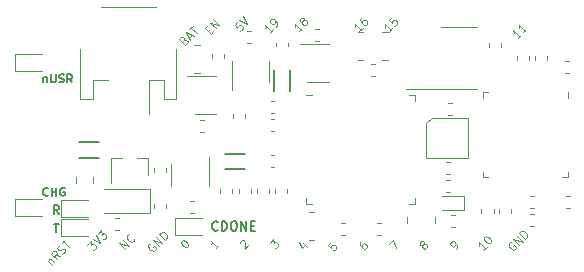
<source format=gbr>
G04 #@! TF.GenerationSoftware,KiCad,Pcbnew,(5.1.2)-1*
G04 #@! TF.CreationDate,2019-07-17T10:41:17+10:00*
G04 #@! TF.ProjectId,iCE40-fpga,69434534-302d-4667-9067-612e6b696361,rev?*
G04 #@! TF.SameCoordinates,Original*
G04 #@! TF.FileFunction,Legend,Top*
G04 #@! TF.FilePolarity,Positive*
%FSLAX46Y46*%
G04 Gerber Fmt 4.6, Leading zero omitted, Abs format (unit mm)*
G04 Created by KiCad (PCBNEW (5.1.2)-1) date 2019-07-17 10:41:17*
%MOMM*%
%LPD*%
G04 APERTURE LIST*
%ADD10C,0.150000*%
%ADD11C,0.125000*%
%ADD12C,0.120000*%
G04 APERTURE END LIST*
D10*
X30716666Y-40516666D02*
X30483333Y-40183333D01*
X30316666Y-40516666D02*
X30316666Y-39816666D01*
X30583333Y-39816666D01*
X30650000Y-39850000D01*
X30683333Y-39883333D01*
X30716666Y-39950000D01*
X30716666Y-40050000D01*
X30683333Y-40116666D01*
X30650000Y-40150000D01*
X30583333Y-40183333D01*
X30316666Y-40183333D01*
X30300000Y-41416666D02*
X30700000Y-41416666D01*
X30500000Y-42116666D02*
X30500000Y-41416666D01*
D11*
X51329636Y-24818198D02*
X51046793Y-25101040D01*
X51188214Y-24959619D02*
X50693240Y-24464644D01*
X50716810Y-24582495D01*
X50716810Y-24676776D01*
X50693240Y-24747487D01*
X51329636Y-24252512D02*
X51258925Y-24276082D01*
X51211785Y-24276082D01*
X51141074Y-24252512D01*
X51117504Y-24228942D01*
X51093933Y-24158231D01*
X51093933Y-24111091D01*
X51117504Y-24040380D01*
X51211785Y-23946099D01*
X51282495Y-23922529D01*
X51329636Y-23922529D01*
X51400346Y-23946099D01*
X51423917Y-23969669D01*
X51447487Y-24040380D01*
X51447487Y-24087521D01*
X51423917Y-24158231D01*
X51329636Y-24252512D01*
X51306066Y-24323223D01*
X51306066Y-24370363D01*
X51329636Y-24441074D01*
X51423917Y-24535355D01*
X51494627Y-24558925D01*
X51541768Y-24558925D01*
X51612478Y-24535355D01*
X51706759Y-24441074D01*
X51730330Y-24370363D01*
X51730330Y-24323223D01*
X51706759Y-24252512D01*
X51612478Y-24158231D01*
X51541768Y-24134661D01*
X51494627Y-24134661D01*
X51423917Y-24158231D01*
X58954636Y-24843198D02*
X58671793Y-25126040D01*
X58813214Y-24984619D02*
X58318240Y-24489644D01*
X58341810Y-24607495D01*
X58341810Y-24701776D01*
X58318240Y-24772487D01*
X58907495Y-23900389D02*
X58671793Y-24136091D01*
X58883925Y-24395363D01*
X58883925Y-24348223D01*
X58907495Y-24277512D01*
X59025346Y-24159661D01*
X59096057Y-24136091D01*
X59143198Y-24136091D01*
X59213908Y-24159661D01*
X59331759Y-24277512D01*
X59355330Y-24348223D01*
X59355330Y-24395363D01*
X59331759Y-24466074D01*
X59213908Y-24583925D01*
X59143198Y-24607495D01*
X59096057Y-24607495D01*
X69829636Y-25368198D02*
X69546793Y-25651040D01*
X69688214Y-25509619D02*
X69193240Y-25014644D01*
X69216810Y-25132495D01*
X69216810Y-25226776D01*
X69193240Y-25297487D01*
X70301040Y-24896793D02*
X70018198Y-25179636D01*
X70159619Y-25038214D02*
X69664644Y-24543240D01*
X69688214Y-24661091D01*
X69688214Y-24755372D01*
X69664644Y-24826082D01*
X56429636Y-24818198D02*
X56146793Y-25101040D01*
X56288214Y-24959619D02*
X55793240Y-24464644D01*
X55816810Y-24582495D01*
X55816810Y-24676776D01*
X55793240Y-24747487D01*
X56358925Y-23898959D02*
X56264644Y-23993240D01*
X56241074Y-24063950D01*
X56241074Y-24111091D01*
X56264644Y-24228942D01*
X56335355Y-24346793D01*
X56523917Y-24535355D01*
X56594627Y-24558925D01*
X56641768Y-24558925D01*
X56712478Y-24535355D01*
X56806759Y-24441074D01*
X56830330Y-24370363D01*
X56830330Y-24323223D01*
X56806759Y-24252512D01*
X56688908Y-24134661D01*
X56618198Y-24111091D01*
X56571057Y-24111091D01*
X56500346Y-24134661D01*
X56406066Y-24228942D01*
X56382495Y-24299653D01*
X56382495Y-24346793D01*
X56406066Y-24417504D01*
X48829636Y-24918198D02*
X48546793Y-25201040D01*
X48688214Y-25059619D02*
X48193240Y-24564644D01*
X48216810Y-24682495D01*
X48216810Y-24776776D01*
X48193240Y-24847487D01*
X49065338Y-24682495D02*
X49159619Y-24588214D01*
X49183189Y-24517504D01*
X49183189Y-24470363D01*
X49159619Y-24352512D01*
X49088908Y-24234661D01*
X48900346Y-24046099D01*
X48829636Y-24022529D01*
X48782495Y-24022529D01*
X48711785Y-24046099D01*
X48617504Y-24140380D01*
X48593933Y-24211091D01*
X48593933Y-24258231D01*
X48617504Y-24328942D01*
X48735355Y-24446793D01*
X48806066Y-24470363D01*
X48853206Y-24470363D01*
X48923917Y-24446793D01*
X49018198Y-24352512D01*
X49041768Y-24281801D01*
X49041768Y-24234661D01*
X49018198Y-24163950D01*
X45834661Y-24323223D02*
X45598959Y-24558925D01*
X45811091Y-24818198D01*
X45811091Y-24771057D01*
X45834661Y-24700346D01*
X45952512Y-24582495D01*
X46023223Y-24558925D01*
X46070363Y-24558925D01*
X46141074Y-24582495D01*
X46258925Y-24700346D01*
X46282495Y-24771057D01*
X46282495Y-24818198D01*
X46258925Y-24888908D01*
X46141074Y-25006759D01*
X46070363Y-25030330D01*
X46023223Y-25030330D01*
X45999653Y-24158231D02*
X46659619Y-24488214D01*
X46329636Y-23828248D01*
X43299306Y-25029983D02*
X43464297Y-24864991D01*
X43794280Y-25053553D02*
X43558578Y-25289255D01*
X43063603Y-24794280D01*
X43299306Y-24558578D01*
X44006412Y-24841421D02*
X43511438Y-24346446D01*
X44289255Y-24558578D01*
X43794280Y-24063603D01*
X41299306Y-25829983D02*
X41393587Y-25782842D01*
X41440727Y-25782842D01*
X41511438Y-25806412D01*
X41582148Y-25877123D01*
X41605719Y-25947834D01*
X41605719Y-25994974D01*
X41582148Y-26065685D01*
X41393587Y-26254247D01*
X40898612Y-25759272D01*
X41063603Y-25594280D01*
X41134314Y-25570710D01*
X41181455Y-25570710D01*
X41252165Y-25594280D01*
X41299306Y-25641421D01*
X41322876Y-25712132D01*
X41322876Y-25759272D01*
X41299306Y-25829983D01*
X41134314Y-25994974D01*
X41723570Y-25641421D02*
X41959272Y-25405719D01*
X41817851Y-25829983D02*
X41487867Y-25170016D01*
X42147834Y-25499999D01*
X41747140Y-24910744D02*
X42029983Y-24627901D01*
X42383536Y-25264297D02*
X41888561Y-24769322D01*
X68975389Y-42929636D02*
X68904678Y-42953206D01*
X68833967Y-43023917D01*
X68786827Y-43118198D01*
X68786827Y-43212478D01*
X68810397Y-43283189D01*
X68881108Y-43401040D01*
X68951818Y-43471751D01*
X69069669Y-43542462D01*
X69140380Y-43566032D01*
X69234661Y-43566032D01*
X69328942Y-43518891D01*
X69376082Y-43471751D01*
X69423223Y-43377470D01*
X69423223Y-43330330D01*
X69258231Y-43165338D01*
X69163950Y-43259619D01*
X69682495Y-43165338D02*
X69187521Y-42670363D01*
X69965338Y-42882495D01*
X69470363Y-42387521D01*
X70201040Y-42646793D02*
X69706066Y-42151818D01*
X69823917Y-42033967D01*
X69918198Y-41986827D01*
X70012478Y-41986827D01*
X70083189Y-42010397D01*
X70201040Y-42081108D01*
X70271751Y-42151818D01*
X70342462Y-42269669D01*
X70366032Y-42340380D01*
X70366032Y-42434661D01*
X70318891Y-42528942D01*
X70201040Y-42646793D01*
X66929636Y-43318198D02*
X66646793Y-43601040D01*
X66788214Y-43459619D02*
X66293240Y-42964644D01*
X66316810Y-43082495D01*
X66316810Y-43176776D01*
X66293240Y-43247487D01*
X66741074Y-42516810D02*
X66788214Y-42469669D01*
X66858925Y-42446099D01*
X66906066Y-42446099D01*
X66976776Y-42469669D01*
X67094627Y-42540380D01*
X67212478Y-42658231D01*
X67283189Y-42776082D01*
X67306759Y-42846793D01*
X67306759Y-42893933D01*
X67283189Y-42964644D01*
X67236049Y-43011785D01*
X67165338Y-43035355D01*
X67118198Y-43035355D01*
X67047487Y-43011785D01*
X66929636Y-42941074D01*
X66811785Y-42823223D01*
X66741074Y-42705372D01*
X66717504Y-42634661D01*
X66717504Y-42587521D01*
X66741074Y-42516810D01*
X64329636Y-43518198D02*
X64423917Y-43423917D01*
X64447487Y-43353206D01*
X64447487Y-43306066D01*
X64423917Y-43188214D01*
X64353206Y-43070363D01*
X64164644Y-42881801D01*
X64093933Y-42858231D01*
X64046793Y-42858231D01*
X63976082Y-42881801D01*
X63881801Y-42976082D01*
X63858231Y-43046793D01*
X63858231Y-43093933D01*
X63881801Y-43164644D01*
X63999653Y-43282495D01*
X64070363Y-43306066D01*
X64117504Y-43306066D01*
X64188214Y-43282495D01*
X64282495Y-43188214D01*
X64306066Y-43117504D01*
X64306066Y-43070363D01*
X64282495Y-42999653D01*
X61493933Y-43188214D02*
X61423223Y-43211785D01*
X61376082Y-43211785D01*
X61305372Y-43188214D01*
X61281801Y-43164644D01*
X61258231Y-43093933D01*
X61258231Y-43046793D01*
X61281801Y-42976082D01*
X61376082Y-42881801D01*
X61446793Y-42858231D01*
X61493933Y-42858231D01*
X61564644Y-42881801D01*
X61588214Y-42905372D01*
X61611785Y-42976082D01*
X61611785Y-43023223D01*
X61588214Y-43093933D01*
X61493933Y-43188214D01*
X61470363Y-43258925D01*
X61470363Y-43306066D01*
X61493933Y-43376776D01*
X61588214Y-43471057D01*
X61658925Y-43494627D01*
X61706066Y-43494627D01*
X61776776Y-43471057D01*
X61871057Y-43376776D01*
X61894627Y-43306066D01*
X61894627Y-43258925D01*
X61871057Y-43188214D01*
X61776776Y-43093933D01*
X61706066Y-43070363D01*
X61658925Y-43070363D01*
X61588214Y-43093933D01*
X58663950Y-43093933D02*
X58993933Y-42763950D01*
X59276776Y-43471057D01*
X56323223Y-42834661D02*
X56228942Y-42928942D01*
X56205372Y-42999653D01*
X56205372Y-43046793D01*
X56228942Y-43164644D01*
X56299653Y-43282495D01*
X56488214Y-43471057D01*
X56558925Y-43494627D01*
X56606066Y-43494627D01*
X56676776Y-43471057D01*
X56771057Y-43376776D01*
X56794627Y-43306066D01*
X56794627Y-43258925D01*
X56771057Y-43188214D01*
X56653206Y-43070363D01*
X56582495Y-43046793D01*
X56535355Y-43046793D01*
X56464644Y-43070363D01*
X56370363Y-43164644D01*
X56346793Y-43235355D01*
X56346793Y-43282495D01*
X56370363Y-43353206D01*
X53746793Y-42911091D02*
X53511091Y-43146793D01*
X53723223Y-43406066D01*
X53723223Y-43358925D01*
X53746793Y-43288214D01*
X53864644Y-43170363D01*
X53935355Y-43146793D01*
X53982495Y-43146793D01*
X54053206Y-43170363D01*
X54171057Y-43288214D01*
X54194627Y-43358925D01*
X54194627Y-43406066D01*
X54171057Y-43476776D01*
X54053206Y-43594627D01*
X53982495Y-43618198D01*
X53935355Y-43618198D01*
X51388214Y-42999653D02*
X51718198Y-43329636D01*
X51081801Y-42928942D02*
X51317504Y-43400346D01*
X51623917Y-43093933D01*
X48563950Y-42993933D02*
X48870363Y-42687521D01*
X48893933Y-43041074D01*
X48964644Y-42970363D01*
X49035355Y-42946793D01*
X49082495Y-42946793D01*
X49153206Y-42970363D01*
X49271057Y-43088214D01*
X49294627Y-43158925D01*
X49294627Y-43206066D01*
X49271057Y-43276776D01*
X49129636Y-43418198D01*
X49058925Y-43441768D01*
X49011785Y-43441768D01*
X46034661Y-43017504D02*
X46034661Y-42970363D01*
X46058231Y-42899653D01*
X46176082Y-42781801D01*
X46246793Y-42758231D01*
X46293933Y-42758231D01*
X46364644Y-42781801D01*
X46411785Y-42828942D01*
X46458925Y-42923223D01*
X46458925Y-43488908D01*
X46765338Y-43182495D01*
X44265338Y-43182495D02*
X43982495Y-43465338D01*
X44123917Y-43323917D02*
X43628942Y-42828942D01*
X43652512Y-42946793D01*
X43652512Y-43041074D01*
X43628942Y-43111785D01*
X41105372Y-42852512D02*
X41152512Y-42805372D01*
X41223223Y-42781801D01*
X41270363Y-42781801D01*
X41341074Y-42805372D01*
X41458925Y-42876082D01*
X41576776Y-42993933D01*
X41647487Y-43111785D01*
X41671057Y-43182495D01*
X41671057Y-43229636D01*
X41647487Y-43300346D01*
X41600346Y-43347487D01*
X41529636Y-43371057D01*
X41482495Y-43371057D01*
X41411785Y-43347487D01*
X41293933Y-43276776D01*
X41176082Y-43158925D01*
X41105372Y-43041074D01*
X41081801Y-42970363D01*
X41081801Y-42923223D01*
X41105372Y-42852512D01*
X38475389Y-43029636D02*
X38404678Y-43053206D01*
X38333967Y-43123917D01*
X38286827Y-43218198D01*
X38286827Y-43312478D01*
X38310397Y-43383189D01*
X38381108Y-43501040D01*
X38451818Y-43571751D01*
X38569669Y-43642462D01*
X38640380Y-43666032D01*
X38734661Y-43666032D01*
X38828942Y-43618891D01*
X38876082Y-43571751D01*
X38923223Y-43477470D01*
X38923223Y-43430330D01*
X38758231Y-43265338D01*
X38663950Y-43359619D01*
X39182495Y-43265338D02*
X38687521Y-42770363D01*
X39465338Y-42982495D01*
X38970363Y-42487521D01*
X39701040Y-42746793D02*
X39206066Y-42251818D01*
X39323917Y-42133967D01*
X39418198Y-42086827D01*
X39512478Y-42086827D01*
X39583189Y-42110397D01*
X39701040Y-42181108D01*
X39771751Y-42251818D01*
X39842462Y-42369669D01*
X39866032Y-42440380D01*
X39866032Y-42534661D01*
X39818891Y-42628942D01*
X39701040Y-42746793D01*
X36335008Y-43512825D02*
X35840033Y-43017851D01*
X36617851Y-43229983D01*
X36122876Y-42735008D01*
X37089255Y-42664297D02*
X37089255Y-42711438D01*
X37042115Y-42805719D01*
X36994974Y-42852859D01*
X36900693Y-42900000D01*
X36806412Y-42899999D01*
X36735702Y-42876429D01*
X36617851Y-42805719D01*
X36547140Y-42735008D01*
X36476429Y-42617157D01*
X36452859Y-42546446D01*
X36452859Y-42452165D01*
X36500000Y-42357884D01*
X36547140Y-42310744D01*
X36641421Y-42263603D01*
X36688561Y-42263603D01*
X33116116Y-43141768D02*
X33422529Y-42835355D01*
X33446099Y-43188908D01*
X33516810Y-43118198D01*
X33587521Y-43094627D01*
X33634661Y-43094627D01*
X33705372Y-43118198D01*
X33823223Y-43236049D01*
X33846793Y-43306759D01*
X33846793Y-43353900D01*
X33823223Y-43424610D01*
X33681801Y-43566032D01*
X33611091Y-43589602D01*
X33563950Y-43589602D01*
X33563950Y-42693933D02*
X34223917Y-43023917D01*
X33893933Y-42363950D01*
X34011785Y-42246099D02*
X34318198Y-41939686D01*
X34341768Y-42293240D01*
X34412478Y-42222529D01*
X34483189Y-42198959D01*
X34530330Y-42198959D01*
X34601040Y-42222529D01*
X34718891Y-42340380D01*
X34742462Y-42411091D01*
X34742462Y-42458231D01*
X34718891Y-42528942D01*
X34577470Y-42670363D01*
X34506759Y-42693933D01*
X34459619Y-42693933D01*
X29766116Y-44521751D02*
X30096099Y-44851734D01*
X29813256Y-44568891D02*
X29813256Y-44521751D01*
X29836827Y-44451040D01*
X29907537Y-44380330D01*
X29978248Y-44356759D01*
X30048959Y-44380330D01*
X30308231Y-44639602D01*
X30826776Y-44121057D02*
X30426082Y-44050346D01*
X30543933Y-44403900D02*
X30048959Y-43908925D01*
X30237521Y-43720363D01*
X30308231Y-43696793D01*
X30355372Y-43696793D01*
X30426082Y-43720363D01*
X30496793Y-43791074D01*
X30520363Y-43861785D01*
X30520363Y-43908925D01*
X30496793Y-43979636D01*
X30308231Y-44168198D01*
X30991768Y-43908925D02*
X31086049Y-43861785D01*
X31203900Y-43743933D01*
X31227470Y-43673223D01*
X31227470Y-43626082D01*
X31203900Y-43555372D01*
X31156759Y-43508231D01*
X31086049Y-43484661D01*
X31038908Y-43484661D01*
X30968198Y-43508231D01*
X30850346Y-43578942D01*
X30779636Y-43602512D01*
X30732495Y-43602512D01*
X30661785Y-43578942D01*
X30614644Y-43531801D01*
X30591074Y-43461091D01*
X30591074Y-43413950D01*
X30614644Y-43343240D01*
X30732495Y-43225389D01*
X30826776Y-43178248D01*
X30944627Y-43013256D02*
X31227470Y-42730414D01*
X31581023Y-43366810D02*
X31086049Y-42871835D01*
D10*
X44147619Y-41885714D02*
X44109523Y-41923809D01*
X43995238Y-41961904D01*
X43919047Y-41961904D01*
X43804761Y-41923809D01*
X43728571Y-41847619D01*
X43690476Y-41771428D01*
X43652380Y-41619047D01*
X43652380Y-41504761D01*
X43690476Y-41352380D01*
X43728571Y-41276190D01*
X43804761Y-41200000D01*
X43919047Y-41161904D01*
X43995238Y-41161904D01*
X44109523Y-41200000D01*
X44147619Y-41238095D01*
X44490476Y-41961904D02*
X44490476Y-41161904D01*
X44680952Y-41161904D01*
X44795238Y-41200000D01*
X44871428Y-41276190D01*
X44909523Y-41352380D01*
X44947619Y-41504761D01*
X44947619Y-41619047D01*
X44909523Y-41771428D01*
X44871428Y-41847619D01*
X44795238Y-41923809D01*
X44680952Y-41961904D01*
X44490476Y-41961904D01*
X45442857Y-41161904D02*
X45595238Y-41161904D01*
X45671428Y-41200000D01*
X45747619Y-41276190D01*
X45785714Y-41428571D01*
X45785714Y-41695238D01*
X45747619Y-41847619D01*
X45671428Y-41923809D01*
X45595238Y-41961904D01*
X45442857Y-41961904D01*
X45366666Y-41923809D01*
X45290476Y-41847619D01*
X45252380Y-41695238D01*
X45252380Y-41428571D01*
X45290476Y-41276190D01*
X45366666Y-41200000D01*
X45442857Y-41161904D01*
X46128571Y-41961904D02*
X46128571Y-41161904D01*
X46585714Y-41961904D01*
X46585714Y-41161904D01*
X46966666Y-41542857D02*
X47233333Y-41542857D01*
X47347619Y-41961904D02*
X46966666Y-41961904D01*
X46966666Y-41161904D01*
X47347619Y-41161904D01*
X29800000Y-38950000D02*
X29766666Y-38983333D01*
X29666666Y-39016666D01*
X29600000Y-39016666D01*
X29500000Y-38983333D01*
X29433333Y-38916666D01*
X29400000Y-38850000D01*
X29366666Y-38716666D01*
X29366666Y-38616666D01*
X29400000Y-38483333D01*
X29433333Y-38416666D01*
X29500000Y-38350000D01*
X29600000Y-38316666D01*
X29666666Y-38316666D01*
X29766666Y-38350000D01*
X29800000Y-38383333D01*
X30100000Y-39016666D02*
X30100000Y-38316666D01*
X30100000Y-38650000D02*
X30500000Y-38650000D01*
X30500000Y-39016666D02*
X30500000Y-38316666D01*
X31200000Y-38350000D02*
X31133333Y-38316666D01*
X31033333Y-38316666D01*
X30933333Y-38350000D01*
X30866666Y-38416666D01*
X30833333Y-38483333D01*
X30800000Y-38616666D01*
X30800000Y-38716666D01*
X30833333Y-38850000D01*
X30866666Y-38916666D01*
X30933333Y-38983333D01*
X31033333Y-39016666D01*
X31100000Y-39016666D01*
X31200000Y-38983333D01*
X31233333Y-38950000D01*
X31233333Y-38716666D01*
X31100000Y-38716666D01*
X29400000Y-28950000D02*
X29400000Y-29416666D01*
X29400000Y-29016666D02*
X29433333Y-28983333D01*
X29500000Y-28950000D01*
X29600000Y-28950000D01*
X29666666Y-28983333D01*
X29700000Y-29050000D01*
X29700000Y-29416666D01*
X30033333Y-28716666D02*
X30033333Y-29283333D01*
X30066666Y-29350000D01*
X30100000Y-29383333D01*
X30166666Y-29416666D01*
X30300000Y-29416666D01*
X30366666Y-29383333D01*
X30400000Y-29350000D01*
X30433333Y-29283333D01*
X30433333Y-28716666D01*
X30733333Y-29383333D02*
X30833333Y-29416666D01*
X31000000Y-29416666D01*
X31066666Y-29383333D01*
X31100000Y-29350000D01*
X31133333Y-29283333D01*
X31133333Y-29216666D01*
X31100000Y-29150000D01*
X31066666Y-29116666D01*
X31000000Y-29083333D01*
X30866666Y-29050000D01*
X30800000Y-29016666D01*
X30766666Y-28983333D01*
X30733333Y-28916666D01*
X30733333Y-28850000D01*
X30766666Y-28783333D01*
X30800000Y-28750000D01*
X30866666Y-28716666D01*
X31033333Y-28716666D01*
X31133333Y-28750000D01*
X31833333Y-29416666D02*
X31600000Y-29083333D01*
X31433333Y-29416666D02*
X31433333Y-28716666D01*
X31700000Y-28716666D01*
X31766666Y-28750000D01*
X31800000Y-28783333D01*
X31833333Y-28850000D01*
X31833333Y-28950000D01*
X31800000Y-29016666D01*
X31766666Y-29050000D01*
X31700000Y-29083333D01*
X31433333Y-29083333D01*
D12*
X38940000Y-22990000D02*
X34260000Y-22990000D01*
X33560000Y-29210000D02*
X34840000Y-29210000D01*
X33560000Y-30810000D02*
X33560000Y-29210000D01*
X32540000Y-30810000D02*
X33560000Y-30810000D01*
X32540000Y-26560000D02*
X32540000Y-30810000D01*
X38360000Y-29210000D02*
X38360000Y-32100000D01*
X39640000Y-29210000D02*
X38360000Y-29210000D01*
X39640000Y-30810000D02*
X39640000Y-29210000D01*
X40660000Y-30810000D02*
X39640000Y-30810000D01*
X40660000Y-26560000D02*
X40660000Y-30810000D01*
X45390000Y-27620000D02*
X45390000Y-30050000D01*
X48460000Y-29380000D02*
X48460000Y-27620000D01*
X73810000Y-30715000D02*
X73810000Y-30240000D01*
X66590000Y-37460000D02*
X67065000Y-37460000D01*
X66590000Y-36985000D02*
X66590000Y-37460000D01*
X66590000Y-30240000D02*
X67065000Y-30240000D01*
X66590000Y-30715000D02*
X66590000Y-30240000D01*
X73810000Y-37460000D02*
X73335000Y-37460000D01*
X73810000Y-36985000D02*
X73810000Y-37460000D01*
D10*
X48950000Y-30100000D02*
X48950000Y-28400000D01*
X50250000Y-30100000D02*
X50250000Y-28400000D01*
X46450000Y-36750000D02*
X44750000Y-36750000D01*
X46450000Y-35450000D02*
X44750000Y-35450000D01*
X32450000Y-34500000D02*
X34150000Y-34500000D01*
X32450000Y-35800000D02*
X34150000Y-35800000D01*
D12*
X42125000Y-26220000D02*
X42625000Y-26220000D01*
X42125000Y-28580000D02*
X42625000Y-28580000D01*
X62530000Y-40850000D02*
X62530000Y-41350000D01*
X60170000Y-40850000D02*
X60170000Y-41350000D01*
X70510000Y-27512779D02*
X70510000Y-27187221D01*
X69490000Y-27512779D02*
X69490000Y-27187221D01*
X60075000Y-29935000D02*
X66075000Y-29935000D01*
X63075000Y-24715000D02*
X66075000Y-24715000D01*
X32140000Y-37391422D02*
X32140000Y-37908578D01*
X33560000Y-37391422D02*
X33560000Y-37908578D01*
X52140000Y-30490000D02*
X51640000Y-30490000D01*
X60860000Y-39710000D02*
X60860000Y-39210000D01*
X60360000Y-39710000D02*
X60860000Y-39710000D01*
X51640000Y-39710000D02*
X51640000Y-39210000D01*
X52140000Y-39710000D02*
X51640000Y-39710000D01*
X60860000Y-30490000D02*
X60860000Y-30990000D01*
X60360000Y-30490000D02*
X60860000Y-30490000D01*
X61775000Y-35825000D02*
X61775000Y-32825000D01*
X65375000Y-35825000D02*
X61775000Y-35825000D01*
X65375000Y-32425000D02*
X65375000Y-35825000D01*
X62275000Y-32425000D02*
X65375000Y-32425000D01*
X61775000Y-32825000D02*
X62275000Y-32425000D01*
X53550000Y-26190000D02*
X51100000Y-26190000D01*
X51750000Y-29410000D02*
X53550000Y-29410000D01*
X44000000Y-28890000D02*
X41550000Y-28890000D01*
X42200000Y-32110000D02*
X44000000Y-32110000D01*
X30915000Y-40835000D02*
X33200000Y-40835000D01*
X30915000Y-39365000D02*
X30915000Y-40835000D01*
X33200000Y-39365000D02*
X30915000Y-39365000D01*
X30915000Y-42435000D02*
X33200000Y-42435000D01*
X30915000Y-40965000D02*
X30915000Y-42435000D01*
X33200000Y-40965000D02*
X30915000Y-40965000D01*
X44390000Y-38437221D02*
X44390000Y-38762779D01*
X45410000Y-38437221D02*
X45410000Y-38762779D01*
X51850000Y-42730000D02*
X52350000Y-42730000D01*
X51850000Y-40370000D02*
X52350000Y-40370000D01*
X63937221Y-41635000D02*
X64262779Y-41635000D01*
X63937221Y-40615000D02*
X64262779Y-40615000D01*
X73587221Y-28610000D02*
X73912779Y-28610000D01*
X73587221Y-27590000D02*
X73912779Y-27590000D01*
X39760000Y-36962779D02*
X39760000Y-36637221D01*
X38740000Y-36962779D02*
X38740000Y-36637221D01*
X42637221Y-33610000D02*
X42962779Y-33610000D01*
X42637221Y-32590000D02*
X42962779Y-32590000D01*
X63987779Y-31115000D02*
X63662221Y-31115000D01*
X63987779Y-32135000D02*
X63662221Y-32135000D01*
X42175279Y-39440000D02*
X41849721Y-39440000D01*
X42175279Y-40460000D02*
X41849721Y-40460000D01*
X46510000Y-32087221D02*
X46510000Y-32412779D01*
X45490000Y-32087221D02*
X45490000Y-32412779D01*
X46637221Y-25090000D02*
X46962779Y-25090000D01*
X46637221Y-26110000D02*
X46962779Y-26110000D01*
X68110000Y-26049721D02*
X68110000Y-26375279D01*
X67090000Y-26049721D02*
X67090000Y-26375279D01*
X73637221Y-39040000D02*
X73962779Y-39040000D01*
X73637221Y-40060000D02*
X73962779Y-40060000D01*
X70990000Y-27525279D02*
X70990000Y-27199721D01*
X72010000Y-27525279D02*
X72010000Y-27199721D01*
X70612221Y-40590000D02*
X70937779Y-40590000D01*
X70612221Y-41610000D02*
X70937779Y-41610000D01*
X67510000Y-40487779D02*
X67510000Y-40162221D01*
X66490000Y-40487779D02*
X66490000Y-40162221D01*
X70612221Y-40085000D02*
X70937779Y-40085000D01*
X70612221Y-39065000D02*
X70937779Y-39065000D01*
X63787779Y-37640000D02*
X63462221Y-37640000D01*
X63787779Y-38660000D02*
X63462221Y-38660000D01*
X52737779Y-25910000D02*
X52412221Y-25910000D01*
X52737779Y-24890000D02*
X52412221Y-24890000D01*
X48510000Y-38424721D02*
X48510000Y-38750279D01*
X47490000Y-38424721D02*
X47490000Y-38750279D01*
X48990000Y-38424721D02*
X48990000Y-38750279D01*
X50010000Y-38424721D02*
X50010000Y-38750279D01*
X48962779Y-36610000D02*
X48637221Y-36610000D01*
X48962779Y-35590000D02*
X48637221Y-35590000D01*
X48962779Y-30990000D02*
X48637221Y-30990000D01*
X48962779Y-32010000D02*
X48637221Y-32010000D01*
X57462779Y-27890000D02*
X57137221Y-27890000D01*
X57462779Y-28910000D02*
X57137221Y-28910000D01*
X63787779Y-37160000D02*
X63462221Y-37160000D01*
X63787779Y-36140000D02*
X63462221Y-36140000D01*
X54937779Y-41290000D02*
X54612221Y-41290000D01*
X54937779Y-42310000D02*
X54612221Y-42310000D01*
X57687221Y-41290000D02*
X58012779Y-41290000D01*
X57687221Y-42310000D02*
X58012779Y-42310000D01*
X29250000Y-39265000D02*
X26965000Y-39265000D01*
X26965000Y-39265000D02*
X26965000Y-40735000D01*
X26965000Y-40735000D02*
X29250000Y-40735000D01*
X38400000Y-40450000D02*
X38400000Y-38450000D01*
X38400000Y-38450000D02*
X34550000Y-38450000D01*
X38400000Y-40450000D02*
X34550000Y-40450000D01*
X65025000Y-40250000D02*
X65025000Y-39050000D01*
X63175000Y-40250000D02*
X65025000Y-40250000D01*
X63175000Y-39050000D02*
X65025000Y-39050000D01*
X40502500Y-42335000D02*
X42787500Y-42335000D01*
X40502500Y-40865000D02*
X40502500Y-42335000D01*
X42787500Y-40865000D02*
X40502500Y-40865000D01*
X29250000Y-26965000D02*
X26965000Y-26965000D01*
X26965000Y-26965000D02*
X26965000Y-28435000D01*
X26965000Y-28435000D02*
X29250000Y-28435000D01*
X38280000Y-35790000D02*
X37350000Y-35790000D01*
X35120000Y-35790000D02*
X36050000Y-35790000D01*
X35120000Y-35790000D02*
X35120000Y-37950000D01*
X38280000Y-35790000D02*
X38280000Y-37250000D01*
X35437221Y-40890000D02*
X35762779Y-40890000D01*
X35437221Y-41910000D02*
X35762779Y-41910000D01*
X43640000Y-27362779D02*
X43640000Y-27037221D01*
X44660000Y-27362779D02*
X44660000Y-27037221D01*
X38740000Y-40012779D02*
X38740000Y-39687221D01*
X39760000Y-40012779D02*
X39760000Y-39687221D01*
X67990000Y-40162221D02*
X67990000Y-40487779D01*
X69010000Y-40162221D02*
X69010000Y-40487779D01*
X50110000Y-26362779D02*
X50110000Y-26037221D01*
X49090000Y-26362779D02*
X49090000Y-26037221D01*
X46960000Y-38437221D02*
X46960000Y-38762779D01*
X45940000Y-38437221D02*
X45940000Y-38762779D01*
X48962779Y-32490000D02*
X48637221Y-32490000D01*
X48962779Y-33510000D02*
X48637221Y-33510000D01*
X58075000Y-27530000D02*
X58575000Y-27530000D01*
X58075000Y-25170000D02*
X58575000Y-25170000D01*
X56500000Y-27530000D02*
X56000000Y-27530000D01*
X56500000Y-25170000D02*
X56000000Y-25170000D01*
X43460000Y-38150000D02*
X43460000Y-35700000D01*
X40240000Y-36350000D02*
X40240000Y-38150000D01*
M02*

</source>
